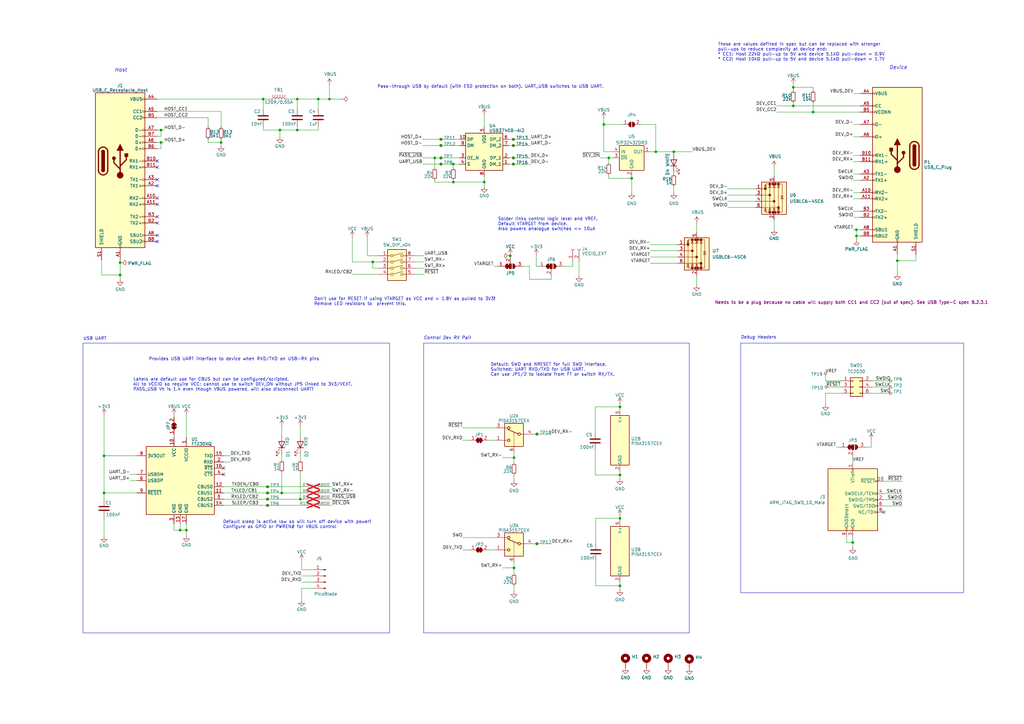
<source format=kicad_sch>
(kicad_sch (version 20231120) (generator "eeschema") (generator_version "8.0")
  (paper "A3")
  (title_block (title "DAMLink - USB-C DAM Tool") (date "2024-06-13") (rev "4") (comment 1 "MootSeeker 2024") (comment 2 "Based on Minnow project"))
  (junction (at 351.282 94.234))
  (junction (at 66.04 58.42))
  (junction (at 90.678 58.42))
  (junction (at 180.848 67.31))
  (junction (at 185.928 67.31))
  (junction (at 42.672 202.184))
  (junction (at 268.986 62.23))
  (junction (at 121.92 53.34))
  (junction (at 115.57 202.184))
  (junction (at 109.728 199.644))
  (junction (at 185.928 74.676))
  (junction (at 325.374 43.434))
  (junction (at 333.502 45.974))
  (junction (at 121.92 40.64))
  (junction (at 220.218 223.012))
  (junction (at 198.628 74.676))
  (junction (at 130.556 40.64))
  (junction (at 249.682 64.77))
  (junction (at 109.728 202.184))
  (junction (at 325.374 35.814))
  (junction (at 73.914 217.424))
  (junction (at 254.254 212.598))
  (junction (at 42.672 186.944))
  (junction (at 107.95 40.64))
  (junction (at 123.19 204.724))
  (junction (at 368.046 106.934))
  (junction (at 220.218 178.054))
  (junction (at 49.276 112.776))
  (junction (at 210.82 187.706))
  (junction (at 114.808 53.34))
  (junction (at 152.908 107.442))
  (junction (at 66.04 53.34))
  (junction (at 209.296 104.902))
  (junction (at 178.308 64.77))
  (junction (at 210.82 232.918))
  (junction (at 276.352 62.23))
  (junction (at 76.454 217.424))
  (junction (at 247.65 51.054))
  (junction (at 180.848 57.15))
  (junction (at 254.254 194.818))
  (junction (at 351.282 96.774))
  (junction (at 210.566 64.77))
  (junction (at 180.848 59.69))
  (junction (at 210.566 59.69))
  (junction (at 49.276 107.696))
  (junction (at 210.566 67.31))
  (junction (at 180.848 64.77))
  (junction (at 210.566 57.15))
  (junction (at 259.08 73.152))
  (junction (at 109.728 204.724))
  (junction (at 254.254 166.878))
  (junction (at 135.128 40.64))
  (junction (at 254.254 240.284))
  (junction (at 349.758 222.504))
  (junction (at 109.728 207.264))
  (no_connect (at 64.516 91.44))
  (no_connect (at 64.516 96.52))
  (no_connect (at 64.516 99.06))
  (no_connect (at 91.694 192.024))
  (no_connect (at 64.516 81.28))
  (no_connect (at 64.516 73.66))
  (no_connect (at 362.458 210.058))
  (no_connect (at 64.516 83.82))
  (no_connect (at 64.516 76.2))
  (no_connect (at 64.516 68.58))
  (no_connect (at 91.694 194.564))
  (no_connect (at 64.516 66.04))
  (no_connect (at 64.516 88.9))
  (wire (pts (xy 76.454 217.424) (xy 76.454 219.71)))
  (wire (pts (xy 94.488 189.484) (xy 91.694 189.484)))
  (wire (pts (xy 118.11 40.64) (xy 121.92 40.64)))
  (wire (pts (xy 150.622 104.902) (xy 155.194 104.902)))
  (wire (pts (xy 338.582 161.29) (xy 338.582 165.862)))
  (wire (pts (xy 368.046 106.934) (xy 368.046 112.268)))
  (wire (pts (xy 210.566 64.77) (xy 208.788 64.77)))
  (wire (pts (xy 244.348 212.598) (xy 254.254 212.598)))
  (wire (pts (xy 350.012 63.754) (xy 352.806 63.754)))
  (wire (pts (xy 131.064 202.184) (xy 136.144 202.184)))
  (wire (pts (xy 185.928 67.31) (xy 188.468 67.31)))
  (wire (pts (xy 249.682 64.77) (xy 249.682 66.802)))
  (wire (pts (xy 185.928 67.31) (xy 185.928 68.834)))
  (wire (pts (xy 333.502 45.974) (xy 352.806 45.974)))
  (wire (pts (xy 325.374 34.544) (xy 325.374 35.814)))
  (wire (pts (xy 115.57 193.802) (xy 115.57 202.184)))
  (wire (pts (xy 318.516 43.434) (xy 325.374 43.434)))
  (wire (pts (xy 173.99 109.982) (xy 170.434 109.982)))
  (wire (pts (xy 338.582 161.29) (xy 344.932 161.29)))
  (wire (pts (xy 178.308 64.77) (xy 178.308 68.834)))
  (wire (pts (xy 349.758 222.504) (xy 349.758 220.218)))
  (wire (pts (xy 262.89 51.054) (xy 268.986 51.054)))
  (wire (pts (xy 180.848 59.69) (xy 188.468 59.69)))
  (wire (pts (xy 210.82 240.284) (xy 210.82 242.57)))
  (wire (pts (xy 180.848 57.15) (xy 188.468 57.15)))
  (wire (pts (xy 352.806 96.774) (xy 351.282 96.774)))
  (wire (pts (xy 317.5 93.98) (xy 317.5 90.17)))
  (wire (pts (xy 217.678 64.77) (xy 210.566 64.77)))
  (wire (pts (xy 144.526 97.282) (xy 144.526 107.442)))
  (wire (pts (xy 205.994 232.918) (xy 210.82 232.918)))
  (wire (pts (xy 123.698 236.22) (xy 128.524 236.22)))
  (wire (pts (xy 109.728 207.264) (xy 125.984 207.264)))
  (wire (pts (xy 130.556 53.34) (xy 121.92 53.34)))
  (wire (pts (xy 115.57 202.184) (xy 125.984 202.184)))
  (wire (pts (xy 259.08 73.152) (xy 259.08 78.994)))
  (wire (pts (xy 130.556 40.64) (xy 130.556 44.45)))
  (wire (pts (xy 109.728 199.644) (xy 125.984 199.644)))
  (wire (pts (xy 56.134 202.184) (xy 42.672 202.184)))
  (wire (pts (xy 115.57 186.182) (xy 115.57 188.722)))
  (wire (pts (xy 349.758 187.198) (xy 349.758 189.738)))
  (wire (pts (xy 185.928 73.914) (xy 185.928 74.676)))
  (wire (pts (xy 123.698 233.68) (xy 128.524 233.68)))
  (wire (pts (xy 173.99 104.902) (xy 170.434 104.902)))
  (wire (pts (xy 259.08 72.39) (xy 259.08 73.152)))
  (wire (pts (xy 185.928 74.676) (xy 198.628 74.676)))
  (wire (pts (xy 64.516 40.64) (xy 107.95 40.64)))
  (wire (pts (xy 247.65 62.23) (xy 251.46 62.23)))
  (wire (pts (xy 210.566 67.31) (xy 208.788 67.31)))
  (wire (pts (xy 91.694 202.184) (xy 109.728 202.184)))
  (wire (pts (xy 173.99 107.442) (xy 170.434 107.442)))
  (wire (pts (xy 350.012 71.374) (xy 352.806 71.374)))
  (wire (pts (xy 198.628 74.676) (xy 198.628 76.454)))
  (wire (pts (xy 66.04 55.88) (xy 66.04 53.34)))
  (wire (pts (xy 41.656 106.68) (xy 41.656 112.776)))
  (wire (pts (xy 130.556 40.64) (xy 121.92 40.64)))
  (wire (pts (xy 246.126 64.77) (xy 249.682 64.77)))
  (wire (pts (xy 155.194 109.982) (xy 152.908 109.982)))
  (wire (pts (xy 217.678 67.31) (xy 210.566 67.31)))
  (wire (pts (xy 130.556 52.07) (xy 130.556 53.34)))
  (wire (pts (xy 107.95 53.34) (xy 114.808 53.34)))
  (wire (pts (xy 42.672 170.18) (xy 42.672 186.944)))
  (wire (pts (xy 209.296 104.648) (xy 209.296 104.902)))
  (wire (pts (xy 114.808 53.34) (xy 121.92 53.34)))
  (wire (pts (xy 123.19 174.752) (xy 123.19 178.562)))
  (wire (pts (xy 244.094 166.878) (xy 254.254 166.878)))
  (wire (pts (xy 152.908 107.442) (xy 155.194 107.442)))
  (wire (pts (xy 249.682 64.77) (xy 251.46 64.77)))
  (wire (pts (xy 357.632 158.75) (xy 365.252 158.75)))
  (wire (pts (xy 109.728 202.184) (xy 115.57 202.184)))
  (wire (pts (xy 189.738 180.594) (xy 192.786 180.594)))
  (wire (pts (xy 107.95 40.64) (xy 110.49 40.64)))
  (wire (pts (xy 247.65 48.514) (xy 247.65 51.054)))
  (wire (pts (xy 342.9 183.388) (xy 344.678 183.388)))
  (wire (pts (xy 254.254 238.76) (xy 254.254 240.284)))
  (wire (pts (xy 254.254 193.294) (xy 254.254 194.818)))
  (wire (pts (xy 362.458 204.978) (xy 370.078 204.978)))
  (wire (pts (xy 178.308 74.676) (xy 185.928 74.676)))
  (wire (pts (xy 173.228 67.31) (xy 180.848 67.31)))
  (wire (pts (xy 71.374 170.18) (xy 71.374 170.942)))
  (wire (pts (xy 64.516 60.96) (xy 66.04 60.96)))
  (wire (pts (xy 351.282 94.234) (xy 352.806 94.234)))
  (wire (pts (xy 375.666 104.394) (xy 375.666 106.934)))
  (wire (pts (xy 173.99 112.522) (xy 170.434 112.522)))
  (wire (pts (xy 254.254 165.608) (xy 254.254 166.878)))
  (wire (pts (xy 152.908 109.982) (xy 152.908 107.442)))
  (wire (pts (xy 90.678 57.15) (xy 90.678 58.42)))
  (wire (pts (xy 362.458 207.518) (xy 370.078 207.518)))
  (wire (pts (xy 71.374 217.424) (xy 73.914 217.424)))
  (wire (pts (xy 268.986 51.054) (xy 268.986 62.23)))
  (wire (pts (xy 115.57 174.752) (xy 115.57 178.562)))
  (wire (pts (xy 350.012 89.154) (xy 352.806 89.154)))
  (wire (pts (xy 150.622 97.282) (xy 150.622 104.902)))
  (wire (pts (xy 350.012 73.914) (xy 352.806 73.914)))
  (wire (pts (xy 218.44 223.012) (xy 220.218 223.012)))
  (wire (pts (xy 249.682 73.152) (xy 259.08 73.152)))
  (wire (pts (xy 131.064 204.724) (xy 136.144 204.724)))
  (wire (pts (xy 357.632 156.21) (xy 365.252 156.21)))
  (wire (pts (xy 318.516 45.974) (xy 333.502 45.974)))
  (wire (pts (xy 344.932 158.75) (xy 338.836 158.75)))
  (wire (pts (xy 254.254 240.284) (xy 254.254 241.808)))
  (wire (pts (xy 71.374 178.562) (xy 71.374 179.324)))
  (wire (pts (xy 244.348 230.124) (xy 244.348 240.284)))
  (wire (pts (xy 66.04 58.42) (xy 64.516 58.42)))
  (wire (pts (xy 217.678 57.15) (xy 210.566 57.15)))
  (wire (pts (xy 220.218 178.054) (xy 218.44 178.054)))
  (wire (pts (xy 351.282 96.774) (xy 351.282 98.044)))
  (wire (pts (xy 217.17 109.22) (xy 214.376 109.22)))
  (wire (pts (xy 350.012 66.294) (xy 352.806 66.294)))
  (wire (pts (xy 317.5 68.58) (xy 317.5 72.39)))
  (wire (pts (xy 64.516 55.88) (xy 66.04 55.88)))
  (wire (pts (xy 202.438 109.22) (xy 204.216 109.22)))
  (wire (pts (xy 375.666 106.934) (xy 368.046 106.934)))
  (wire (pts (xy 266.7 107.95) (xy 278.13 107.95)))
  (wire (pts (xy 180.848 67.31) (xy 185.928 67.31)))
  (wire (pts (xy 254.254 212.598) (xy 254.254 213.36)))
  (wire (pts (xy 268.986 62.23) (xy 266.7 62.23)))
  (wire (pts (xy 49.276 107.696) (xy 49.276 112.776)))
  (wire (pts (xy 109.728 204.724) (xy 123.19 204.724)))
  (wire (pts (xy 53.34 197.104) (xy 56.134 197.104)))
  (wire (pts (xy 198.628 72.39) (xy 198.628 74.676)))
  (wire (pts (xy 173.228 57.15) (xy 180.848 57.15)))
  (wire (pts (xy 219.964 104.648) (xy 219.964 109.22)))
  (wire (pts (xy 178.308 73.914) (xy 178.308 74.676)))
  (wire (pts (xy 283.972 62.23) (xy 276.352 62.23)))
  (wire (pts (xy 42.672 202.184) (xy 42.672 186.944)))
  (wire (pts (xy 244.094 184.658) (xy 244.094 194.818)))
  (wire (pts (xy 73.914 214.884) (xy 73.914 217.424)))
  (wire (pts (xy 123.19 186.182) (xy 123.19 188.722)))
  (wire (pts (xy 107.95 44.45) (xy 107.95 40.64)))
  (wire (pts (xy 357.632 161.29) (xy 365.252 161.29)))
  (wire (pts (xy 67.31 53.34) (xy 66.04 53.34)))
  (wire (pts (xy 325.374 35.814) (xy 333.502 35.814)))
  (wire (pts (xy 66.04 60.96) (xy 66.04 58.42)))
  (wire (pts (xy 278.13 100.33) (xy 266.7 100.33)))
  (wire (pts (xy 254.254 211.582) (xy 254.254 212.598)))
  (wire (pts (xy 333.502 42.164) (xy 333.502 45.974)))
  (wire (pts (xy 139.954 40.64) (xy 135.128 40.64)))
  (wire (pts (xy 325.374 35.814) (xy 325.374 37.084)))
  (wire (pts (xy 298.45 82.55) (xy 309.88 82.55)))
  (wire (pts (xy 357.378 183.388) (xy 354.838 183.388)))
  (wire (pts (xy 347.218 222.504) (xy 349.758 222.504)))
  (wire (pts (xy 131.064 199.644) (xy 136.144 199.644)))
  (wire (pts (xy 247.65 51.054) (xy 247.65 62.23)))
  (wire (pts (xy 325.374 43.434) (xy 352.806 43.434)))
  (wire (pts (xy 107.95 53.34) (xy 107.95 52.07)))
  (wire (pts (xy 42.672 202.184) (xy 42.672 204.724)))
  (wire (pts (xy 362.458 197.358) (xy 370.078 197.358)))
  (wire (pts (xy 91.694 207.264) (xy 109.728 207.264)))
  (wire (pts (xy 136.144 207.264) (xy 131.064 207.264)))
  (wire (pts (xy 350.012 51.054) (xy 352.806 51.054)))
  (wire (pts (xy 94.488 186.944) (xy 91.694 186.944)))
  (wire (pts (xy 42.672 212.344) (xy 42.672 219.964)))
  (wire (pts (xy 200.406 225.552) (xy 203.2 225.552)))
  (wire (pts (xy 189.738 220.472) (xy 203.2 220.472)))
  (wire (pts (xy 76.454 170.18) (xy 76.454 179.324)))
  (wire (pts (xy 350.012 78.994) (xy 352.806 78.994)))
  (wire (pts (xy 278.13 102.87) (xy 266.7 102.87)))
  (wire (pts (xy 42.672 186.944) (xy 56.134 186.944)))
  (wire (pts (xy 64.516 48.26) (xy 85.344 48.26)))
  (wire (pts (xy 351.282 96.774) (xy 351.282 94.234)))
  (wire (pts (xy 285.75 116.84) (xy 285.75 113.03)))
  (wire (pts (xy 217.678 59.69) (xy 210.566 59.69)))
  (wire (pts (xy 276.352 62.23) (xy 276.352 62.992)))
  (wire (pts (xy 123.698 241.3) (xy 128.524 241.3)))
  (wire (pts (xy 231.14 109.22) (xy 234.95 109.22)))
  (wire (pts (xy 338.582 153.162) (xy 338.582 156.21)))
  (wire (pts (xy 114.808 53.34) (xy 114.808 56.134)))
  (wire (pts (xy 325.374 42.164) (xy 325.374 43.434)))
  (wire (pts (xy 71.374 214.884) (xy 71.374 217.424)))
  (wire (pts (xy 254.254 194.818) (xy 254.254 196.342)))
  (wire (pts (xy 249.682 71.882) (xy 249.682 73.152)))
  (wire (pts (xy 123.698 238.76) (xy 128.524 238.76)))
  (wire (pts (xy 350.012 38.354) (xy 352.806 38.354)))
  (wire (pts (xy 244.094 194.818) (xy 254.254 194.818)))
  (wire (pts (xy 217.17 114.554) (xy 217.17 109.22)))
  (wire (pts (xy 144.526 107.442) (xy 152.908 107.442)))
  (wire (pts (xy 73.914 217.424) (xy 76.454 217.424)))
  (wire (pts (xy 234.95 109.22) (xy 234.95 107.188)))
  (wire (pts (xy 350.012 81.534) (xy 352.806 81.534)))
  (wire (pts (xy 200.406 180.594) (xy 203.2 180.594)))
  (wire (pts (xy 189.738 225.552) (xy 192.786 225.552)))
  (wire (pts (xy 210.82 232.918) (xy 210.82 235.204)))
  (wire (pts (xy 285.75 91.44) (xy 285.75 95.25)))
  (wire (pts (xy 85.344 57.15) (xy 85.344 58.42)))
  (wire (pts (xy 123.19 204.724) (xy 125.984 204.724)))
  (wire (pts (xy 180.848 64.77) (xy 188.468 64.77)))
  (wire (pts (xy 276.352 62.23) (xy 268.986 62.23)))
  (wire (pts (xy 123.698 241.3) (xy 123.698 246.126)))
  (wire (pts (xy 254.254 166.878) (xy 254.254 167.894)))
  (wire (pts (xy 66.04 53.34) (xy 64.516 53.34)))
  (wire (pts (xy 338.582 156.21) (xy 344.932 156.21)))
  (wire (pts (xy 90.678 45.72) (xy 90.678 52.07)))
  (wire (pts (xy 210.82 187.706) (xy 210.82 189.738)))
  (wire (pts (xy 67.31 58.42) (xy 66.04 58.42)))
  (wire (pts (xy 362.458 202.438) (xy 370.078 202.438)))
  (wire (pts (xy 144.526 112.522) (xy 155.194 112.522)))
  (wire (pts (xy 237.49 107.188) (xy 237.49 113.03)))
  (wire (pts (xy 85.344 58.42) (xy 90.678 58.42)))
  (wire (pts (xy 189.738 175.514) (xy 203.2 175.514)))
  (wire (pts (xy 210.566 59.69) (xy 208.788 59.69)))
  (wire (pts (xy 53.34 194.564) (xy 56.134 194.564)))
  (wire (pts (xy 135.128 40.64) (xy 130.556 40.64)))
  (wire (pts (xy 64.516 45.72) (xy 90.678 45.72)))
  (wire (pts (xy 49.276 112.776) (xy 49.276 114.554)))
  (wire (pts (xy 210.82 185.674) (xy 210.82 187.706)))
  (wire (pts (xy 220.218 223.012) (xy 226.314 223.012)))
  (wire (pts (xy 309.88 77.47) (xy 298.45 77.47)))
  (wire (pts (xy 121.92 53.34) (xy 121.92 52.07)))
  (wire (pts (xy 309.88 80.01) (xy 298.45 80.01)))
  (wire (pts (xy 349.758 222.504) (xy 349.758 224.536)))
  (wire (pts (xy 210.82 230.632) (xy 210.82 232.918)))
  (wire (pts (xy 244.094 177.038) (xy 244.094 166.878)))
  (wire (pts (xy 76.454 214.884) (xy 76.454 217.424)))
  (wire (pts (xy 210.82 194.818) (xy 210.82 197.104)))
  (wire (pts (xy 91.694 199.644) (xy 109.728 199.644)))
  (wire (pts (xy 298.45 85.09) (xy 309.88 85.09)))
  (wire (pts (xy 123.698 229.87) (xy 123.698 233.68)))
  (wire (pts (xy 173.228 64.77) (xy 178.308 64.77)))
  (wire (pts (xy 205.994 187.706) (xy 210.82 187.706)))
  (wire (pts (xy 266.7 105.41) (xy 278.13 105.41)))
  (wire (pts (xy 244.348 240.284) (xy 254.254 240.284)))
  (wire (pts (xy 226.06 113.03) (xy 226.06 114.554)))
  (wire (pts (xy 368.046 104.394) (xy 368.046 106.934)))
  (wire (pts (xy 123.19 193.802) (xy 123.19 204.724)))
  (wire (pts (xy 276.352 76.454) (xy 276.352 78.994)))
  (wire (pts (xy 49.276 106.68) (xy 49.276 107.696)))
  (wire (pts (xy 357.378 180.34) (xy 357.378 183.388)))
  (wire (pts (xy 333.502 35.814) (xy 333.502 37.084)))
  (wire (pts (xy 247.65 51.054) (xy 255.27 51.054)))
  (wire (pts (xy 226.06 178.054) (xy 220.218 178.054)))
  (wire (pts (xy 210.566 57.15) (xy 208.788 57.15)))
  (wire (pts (xy 178.308 64.77) (xy 180.848 64.77)))
  (wire (pts (xy 91.694 204.724) (xy 109.728 204.724)))
  (wire (pts (xy 173.228 59.69) (xy 180.848 59.69)))
  (wire (pts (xy 347.218 222.504) (xy 347.218 220.218)))
  (wire (pts (xy 135.128 34.798) (xy 135.128 40.64)))
  (wire (pts (xy 90.678 58.42) (xy 90.678 59.69)))
  (wire (pts (xy 276.352 70.612) (xy 276.352 71.374)))
  (wire (pts (xy 121.92 40.64) (xy 121.92 44.45)))
  (wire (pts (xy 350.012 94.234) (xy 351.282 94.234)))
  (wire (pts (xy 226.06 114.554) (xy 217.17 114.554)))
  (wire (pts (xy 41.656 112.776) (xy 49.276 112.776)))
  (wire (pts (xy 198.628 47.244) (xy 198.628 52.07)))
  (wire (pts (xy 85.344 48.26) (xy 85.344 52.07)))
  (wire (pts (xy 244.348 222.504) (xy 244.348 212.598)))
  (wire (pts (xy 219.964 109.22) (xy 220.98 109.22)))
  (wire (pts (xy 209.296 104.902) (xy 209.296 105.41)))
  (wire (pts (xy 350.012 56.134) (xy 352.806 56.134)))
  (wire (pts (xy 350.012 86.614) (xy 352.806 86.614)))
  (rectangle (start 34.036 140.716) (end 159.766 259.588))
  (rectangle (start 173.736 140.716) (end 282.702 259.588))
  (rectangle (start 303.784 140.716) (end 395.224 243.078))
  (image (at 510.0828 62.23) (scale 0.647107))
  (text "These are values defined in spec but can be replaced with stronger \npull-ups to reduce complexity at device end:\n* CC1: Host 22kΩ pull-up to 5V and device 5.1kΩ pull-down = 0.9V\n* CC2: Host 10kΩ pull-up to 5V and device 5.1kΩ pull-down = 1.7V" (at 294.386 25.146 0) (effects (font (size 1.27 1.27)) (justify left bottom)))
  (text "USB UART" (at 34.036 139.7 0) (effects (font (size 1.27 1.27) (italic yes)) (justify left bottom)))
  (text "Default: SWO and NRESET for full SWD interface.\nSwitched: UART RXD/TXD for USB UART.\nCan use JP1/2 to isolate from FT or switch RX/TX." (at 201.168 154.432 0) (effects (font (size 1.27 1.27)) (justify left bottom)))
  (text "Pass-through USB by default (with ESD protection on both). UART_USB switches to USB UART." (at 154.686 36.322 0) (effects (font (size 1.27 1.27)) (justify left bottom)))
  (text "Device" (at 364.744 28.702 0) (effects (font (size 1.5 1.5) (italic yes)) (justify left bottom)))
  (text "Control Dev RX Pair" (at 173.736 139.446 0) (effects (font (size 1.27 1.27) (italic yes)) (justify left bottom)))
  (text "Solder links control logic level and VREF.\nDefault VTARGET from device.\nAlso powers analogue switches <= 10uA" (at 204.216 94.742 0) (effects (font (size 1.27 1.27)) (justify left bottom)))
  (text "Debug Headers" (at 303.784 139.192 0) (effects (font (size 1.27 1.27) (italic yes)) (justify left bottom)))
  (text "Lahels are default use for CBUS but can be configured/scripted. \nAll to VCCIO so require VCC; cannot use to switch DEV_ON without JP5 linked to 3V3/VEXT.\nPASS_USB Vh is 1.4 even though VBUS powered, will also disconnect UART!\n" (at 54.61 160.528 0) (effects (font (size 1.27 1.27)) (justify left bottom)))
  (text "Don't use for RESET if using VTARGET as VCC and = 1.8V as pulled to 3V3!\nRemove LED resistors to  prevent this." (at 128.778 125.476 0) (effects (font (size 1.27 1.27)) (justify left bottom)))
  (text "Host" (at 46.99 29.718 0) (effects (font (size 1.5 1.5) (italic yes)) (justify left bottom)))
  (text "Provides USB UART interface to device when RXD/TXD on USB-RX pins" (at 60.96 148.082 0) (effects (font (size 1.27 1.27)) (justify left bottom)))
  (text "Adapted so that RX1/2 can be switched between NRST/SWO and RXD/TXD" (at 447.548 116.84 0) (effects (font (size 2 2)) (justify left bottom)))
  (text "Default sleep is active low so will turn off device with power!\nConfigure as GPIO or PWREN# for VBUS control" (at 91.44 216.916 0) (effects (font (size 1.27 1.27)) (justify left bottom)))
  (text "Ref: https://github.com/BitterAndReal/SWD-over-USB-C" (at 447.294 112.268 0) (effects (font (size 2 2) (italic yes)) (justify left bottom)))
  (label "DEV_D+" (at 217.678 64.77 0))
  (label "DEV_TXD" (at 94.488 186.944 0))
  (label "DEV_RX+" (at 226.314 223.012 0))
  (label "RXLED{slash}CB2" (at 94.742 204.724 0))
  (label "UART_D-" (at 217.678 59.69 0))
  (label "DEV_RXD" (at 123.698 238.76 180))
  (label "VTARGET" (at 266.7 105.41 180))
  (label "SWCLK" (at 350.012 71.374 180))
  (label "SWDIO" (at 298.45 85.09 180))
  (label "SWDIO" (at 365.252 156.21 180))
  (label "VREF" (at 349.758 189.484 0))
  (label "~{RESET}" (at 338.836 158.75 0))
  (label "HOST_CC1" (at 67.31 45.72 0))
  (label "DEV_TXD" (at 123.698 236.22 180))
  (label "SWT_RX+" (at 205.994 232.918 180))
  (label "HOST_CC2" (at 67.31 48.26 0))
  (label "HOST_D-" (at 67.31 53.34 0))
  (label "~{RESET}" (at 189.738 175.514 180))
  (label "VTARGET" (at 266.7 107.95 180))
  (label "UART_USB" (at 173.228 67.31 180))
  (label "VTARGET" (at 350.012 94.234 180))
  (label "DEV_CC2" (at 318.516 45.974 180))
  (label "UART_D+" (at 217.678 57.15 0))
  (label "DEV_CC1" (at 318.516 43.434 180))
  (label "SWT_RX+" (at 173.99 109.982 0))
  (label "DEV_RX+" (at 350.012 81.534 180))
  (label "~{DEV_ON}" (at 136.144 207.264 0))
  (label "VBUS_DEV" (at 350.012 38.354 180))
  (label "DEV_D-" (at 350.012 51.054 180))
  (label "DEV_RX-" (at 266.7 100.33 180))
  (label "HOST_D+" (at 173.228 57.15 180))
  (label "SWCLK" (at 370.078 202.438 180))
  (label "VTARGET" (at 342.9 183.388 180))
  (label "~{RESET}" (at 173.99 112.522 0))
  (label "VREF" (at 338.582 153.162 0))
  (label "DEV_D+" (at 350.012 56.134 180))
  (label "DEV_RXD" (at 94.488 189.484 0))
  (label "SWO" (at 189.738 220.472 180))
  (label "DEV_RX+" (at 350.012 66.294 180))
  (label "VBUS_DEV" (at 283.972 62.23 0))
  (label "SWDIO" (at 350.012 73.914 180))
  (label "HOST_D-" (at 173.228 59.69 180))
  (label "DEV_D+" (at 298.45 80.01 180))
  (label "DEV_D-" (at 298.45 77.47 180))
  (label "~{RESET}" (at 370.078 197.358 180))
  (label "TXLED{slash}CB1" (at 94.742 202.184 0))
  (label "SWCLK" (at 298.45 82.55 180))
  (label "DEV_TXD" (at 189.738 225.552 180))
  (label "VTARGET" (at 202.438 109.22 180))
  (label "RXLED{slash}CB2" (at 144.526 112.522 180))
  (label "DEV_D-" (at 217.678 67.31 0))
  (label "SWT_RX-" (at 205.994 187.706 180))
  (label "DEV_RX+" (at 266.7 102.87 180))
  (label "UART_USB" (at 173.99 104.902 0))
  (label "SWCLK" (at 365.252 158.75 180))
  (label "DEV_RX-" (at 226.06 178.054 0))
  (label "SWDIO" (at 350.012 89.154 180))
  (label "UART_D+" (at 53.34 197.104 180))
  (label "DEV_RX-" (at 350.012 63.754 180))
  (label "UART_D-" (at 53.34 194.564 180))
  (label "SWT_RX-" (at 173.99 107.442 0))
  (label "SWO" (at 365.252 161.29 180))
  (label "~{DEV_ON}" (at 246.126 64.77 180))
  (label "~{PASS_USB}" (at 173.228 64.77 180))
  (label "DEV_RX-" (at 350.012 78.994 180))
  (label "TXDEN{slash}CB0" (at 94.996 199.644 0))
  (label "SWCLK" (at 350.012 86.614 180))
  (label "DEV_RXD" (at 189.738 180.594 180))
  (label "HOST_D+" (at 67.31 58.42 0))
  (label "~{PASS_USB}" (at 136.144 204.724 0))
  (label "SLEEP{slash}CB3" (at 94.996 207.264 0))
  (label "SWO" (at 370.078 207.518 180))
  (label "SWT_RX+" (at 136.144 199.644 0))
  (label "SWDIO" (at 370.078 204.978 180))
  (label "SWT_RX-" (at 136.144 202.184 0))
  (symbol (lib_id "power:GND") (at 198.628 76.454 0) (unit 1)
    (property "Reference" "#PWR016" (effects (hide yes)))
    (property "Value" "GND" (at 198.628 80.264 0))
  )
  (symbol (lib_id "Device:R_Small") (at 210.82 237.744 0) (mirror y) (unit 1)
    (property "Reference" "R5" (at 210.058 237.236 0) (effects (justify left)))
    (property "Value" "22k" (at 210.058 238.76 0) (effects (justify left)))
    (property "Footprint" "Resistor_SMD:R_0603_1608Metric" (effects (hide yes)))
    (property "Characteristics" "5%" (effects (hide yes)))
  )
  (symbol (lib_id "Analog_Switch:NC7SB3157P6X") (at 254.254 180.594 0) (unit 2)
    (property "Reference" "U2" (at 258.826 179.9503 0) (effects (justify left)))
    (property "Value" "PI5A3157CEX" (at 258.826 181.8713 0) (effects (justify left)))
    (property "Footprint" "Package_TO_SOT_SMD:SOT-363_SC-70-6" (effects (hide yes)))
    (property "Datasheet" "https://www.diodes.com/assets/Datasheets/PI5A3157.pdf" (effects (hide yes)))
    (property "Description" "1 Circuit IC Switch 2:1 13Ohm SOT-363-6 (SC-70)" (effects (hide yes)))
    (property "Vendor" "Digikey" (effects (hide yes)))
    (property "SKU" "PI5A3157CEXTR-ND" (effects (hide yes)))
  )
  (symbol (lib_id "Device:R_Small") (at 128.524 207.264 90) (mirror x) (unit 1) (dnp yes)
    (property "Reference" "R15" (at 126.746 206.502 90) (effects (justify left)))
    (property "Value" "680R" (at 135.382 206.502 90) (effects (justify left)))
    (property "Footprint" "Resistor_SMD:R_0603_1608Metric" (effects (hide yes)))
    (property "Characteristics" "5%" (effects (hide yes)))
    (property "Config" "dnf" (effects (hide yes)))
  )
  (symbol (lib_id "Device:LED") (at 276.352 66.802 90) (unit 1)
    (property "Reference" "D4" (at 273.812 70.612 0))
    (property "Value" "WHITE" (at 273.812 65.532 0))
    (property "Footprint" "LED_SMD:LED_0603_1608Metric" (effects (hide yes)))
    (property "Datasheet" "https://optoelectronics.liteon.com/upload/download/DS22-2006-062/LTW-C191DS5.PDF" (effects (hide yes)))
    (property "Description" "White LED Indication - Discrete 2.93V 0603 (1608 Metric)" (effects (hide yes)))
    (property "MFN" "Lite-On Inc." (effects (hide yes)))
    (property "MPN" "LTW-C191DS5" (effects (hide yes)))
    (property "SKU" "160-2239-1-ND" (effects (hide yes)))
    (property "Vendor" "Digikey" (effects (hide yes)))
  )
  (symbol (lib_id "Device:C") (at 130.556 48.26 0) (unit 1)
    (property "Reference" "C4" (at 126.746 45.72 0) (effects (justify left)))
    (property "Value" "1uF" (at 126.746 50.8 0) (effects (justify left)))
    (property "Footprint" "Capacitor_SMD:C_0603_1608Metric" (effects (hide yes)))
    (property "Characteristics" "X5R 25V" (effects (hide yes)))
  )
  (symbol (lib_id "Switch:SW_DIP_x04") (at 162.814 109.982 0) (unit 1)
    (property "Reference" "SW1" (at 162.814 98.1202 0))
    (property "Value" "SW_DIP_x04" (at 162.814 100.4316 0))
    (property "Footprint" "Button_Switch_SMD:SW_DIP_SPSTx04_Slide_Copal_CHS-04A_W5.08mm_P1.27mm_JPin" (effects (hide yes)))
    (property "Datasheet" "https://www.nidec-copal-electronics.com/e/catalog/switch/chs.pdf" (effects (hide yes)))
    (property "Description" "Dip Switch SPST 4 Position Surface Mount Slide (Standard) Actuator 100mA 6VDC" (effects (hide yes)))
    (property "MFN" "Nidec Copal Electronics" (effects (hide yes)))
    (property "MPN" "CHS-04TA" (effects (hide yes)))
    (property "Vendor" "Digikey" (effects (hide yes)))
    (property "SKU" "563-1007-2-ND" (effects (hide yes)))
  )
  (symbol (lib_id "Connector:TestPoint_Small") (at 109.728 207.264 0) (unit 1)
    (property "Reference" "TP6" (at 110.871 206.6203 0) (effects (justify left)))
    (property "Value" "TestPoint_Small" (effects (hide yes)))
    (property "Footprint" "tuna-f1sh/jbr-kicad/Misc.pretty:TestPoint_Pad_D1.0mm_Tight" (effects (hide yes)))
    (property "Config" "nofit" (effects (hide yes)))
  )
  (symbol (lib_id "Connector:TestPoint_Small") (at 210.566 59.69 0) (unit 1)
    (property "Reference" "TP14" (at 211.709 59.0463 0) (effects (justify left)))
    (property "Value" "TestPoint_Small" (effects (hide yes)))
    (property "Footprint" "tuna-f1sh/jbr-kicad/Misc.pretty:TestPoint_Pad_D1.0mm_Tight" (effects (hide yes)))
    (property "Config" "nofit" (effects (hide yes)))
  )
  (symbol (lib_id "Mechanical:MountingHole_Pad") (at 274.066 271.272 0) (unit 1)
    (property "Reference" "H3" (at 276.606 269.3583 0) (effects (justify left)))
    (property "Value" "MountingHole_Pad" (effects (hide yes)))
    (property "Footprint" "MountingHole:MountingHole_2.7mm_M2.5_ISO7380_Pad" (effects (hide yes)))
    (property "Config" "nofit" (effects (hide yes)))
  )
  (symbol (lib_id "power:GND") (at 90.678 59.69 0) (unit 1)
    (property "Reference" "#PWR030" (effects (hide yes)))
    (property "Value" "GND" (at 90.678 63.5 0))
  )
  (symbol (lib_id "power:GND") (at 349.758 224.536 0) (unit 1)
    (property "Reference" "#PWR05" (effects (hide yes)))
    (property "Value" "GND" (at 349.885 228.9302 0))
  )
  (symbol (lib_id "power:GND") (at 42.672 219.964 0) (unit 1)
    (property "Reference" "#PWR012" (effects (hide yes)))
    (property "Value" "GND" (at 42.672 223.774 0))
  )
  (symbol (lib_id "power:GND") (at 210.82 242.57 0) (unit 1)
    (property "Reference" "#PWR019" (effects (hide yes)))
    (property "Value" "GND" (at 210.82 246.7055 0))
  )
  (symbol (lib_id "Jumper:SolderJumper_2_Bridged") (at 196.596 180.594 0) (unit 1)
    (property "Reference" "JP1" (at 196.596 178.308 0))
    (property "Value" "SolderJumper_2_Bridged" (effects (hide yes)))
    (property "Footprint" "Jumper:SolderJumper-2_P1.3mm_Bridged_RoundedPad1.0x1.5mm" (effects (hide yes)))
    (property "Config" "nofit" (effects (hide yes)))
  )
  (symbol (lib_id "power:+3V3") (at 219.964 104.648 0) (unit 1)
    (property "Reference" "#PWR021" (effects (hide yes)))
    (property "Value" "+3V3" (at 219.964 101.1461 0))
  )
  (symbol (lib_id "Connector:TestPoint_Small") (at 109.728 204.724 0) (unit 1)
    (property "Reference" "TP5" (at 110.871 204.0803 0) (effects (justify left)))
    (property "Value" "TestPoint_Small" (effects (hide yes)))
    (property "Footprint" "tuna-f1sh/jbr-kicad/Misc.pretty:TestPoint_Pad_D1.0mm_Tight" (effects (hide yes)))
    (property "Config" "nofit" (effects (hide yes)))
  )
  (symbol (lib_id "power:VBUS") (at 317.5 68.58 0) (unit 1)
    (property "Reference" "#PWR039" (effects (hide yes)))
    (property "Value" "VBUS" (at 317.881 64.1858 0))
  )
  (symbol (lib_id "power:GND") (at 237.49 113.03 0) (unit 1)
    (property "Reference" "#PWR022" (effects (hide yes)))
    (property "Value" "GND" (at 237.49 116.84 0))
  )
  (symbol (lib_id "Connector:TestPoint_Small") (at 220.218 223.012 0) (unit 1)
    (property "Reference" "TP17" (at 221.361 222.3683 0) (effects (justify left)))
    (property "Value" "TestPoint_Small" (effects (hide yes)))
    (property "Footprint" "tuna-f1sh/jbr-kicad/Misc.pretty:TestPoint_Pad_D1.0mm_Tight" (effects (hide yes)))
    (property "Config" "nofit" (effects (hide yes)))
  )
  (symbol (lib_id "Interface_USB:FT230XQ") (at 73.914 197.104 0) (unit 1)
    (property "Reference" "U1" (at 78.4099 180.1241 0) (effects (justify left)))
    (property "Value" "FT230XQ" (at 78.4099 182.0451 0) (effects (justify left)))
    (property "Footprint" "Package_DFN_QFN:QFN-16-1EP_4x4mm_P0.65mm_EP2.1x2.1mm" (effects (hide yes)))
    (property "Datasheet" "https://www.ftdichip.com/Support/Documents/DataSheets/ICs/DS_FT230X.pdf" (effects (hide yes)))
    (property "Description" "USB Bridge, USB to UART USB 2.0 UART Interface 16-QFN (4x4)" (effects (hide yes)))
    (property "Config" "-nousbuart" (effects (hide yes)))
    (property "MFN" "FTDI, Future Technology Devices International Ltd" (effects (hide yes)))
    (property "MPN" "FT230XQ-R" (effects (hide yes)))
    (property "SKU" "768-1130-2-ND" (effects (hide yes)))
    (property "Vendor" "Digikey" (effects (hide yes)))
  )
  (symbol (lib_id "power:GND") (at 282.702 274.066 0) (unit 1)
    (property "Reference" "#PWR029" (effects (hide yes)))
    (property "Value" "GND" (at 282.702 278.2015 0))
  )
  (symbol (lib_id "power:GND") (at 114.808 56.134 0) (unit 1)
    (property "Reference" "#PWR013" (effects (hide yes)))
    (property "Value" "GND" (at 114.808 59.944 0))
  )
  (symbol (lib_id "power:VCC") (at 76.454 170.18 0) (unit 1)
    (property "Reference" "#PWR027" (effects (hide yes)))
    (property "Value" "VCC" (at 76.454 166.6781 0))
  )
  (symbol (lib_id "Device:C") (at 107.95 48.26 0) (unit 1)
    (property "Reference" "C2" (at 104.14 45.72 0) (effects (justify left)))
    (property "Value" "10nF" (at 102.87 50.8 0) (effects (justify left)))
    (property "Footprint" "Capacitor_SMD:C_0603_1608Metric" (effects (hide yes)))
    (property "Characteristics" "X7R 6V" (effects (hide yes)))
  )
  (symbol (lib_id "Mechanical:MountingHole_Pad") (at 282.702 271.526 0) (unit 1)
    (property "Reference" "H4" (at 285.242 269.6123 0) (effects (justify left)))
    (property "Value" "MountingHole_Pad" (effects (hide yes)))
    (property "Footprint" "MountingHole:MountingHole_2.7mm_M2.5_ISO7380_Pad" (effects (hide yes)))
    (property "Config" "nofit" (effects (hide yes)))
  )
  (symbol (lib_id "power:+3V3") (at 115.57 174.752 0) (unit 1)
    (property "Reference" "#PWR010" (effects (hide yes)))
    (property "Value" "+3V3" (at 115.57 171.2501 0))
  )
  (symbol (lib_id "power:GND") (at 265.176 273.812 0) (unit 1)
    (property "Reference" "#PWR036" (effects (hide yes)))
    (property "Value" "GND" (at 265.176 277.9475 0))
  )
  (symbol (lib_id "power:GND") (at 210.82 197.104 0) (unit 1)
    (property "Reference" "#PWR020" (effects (hide yes)))
    (property "Value" "GND" (at 210.82 201.2395 0))
  )
  (symbol (lib_id "Jumper:SolderJumper_3_Bridged12") (at 349.758 183.388 0) (unit 1)
    (property "Reference" "JP3" (at 349.758 180.594 0))
    (property "Value" "SolderJumper_3_Bridged12" (effects (hide yes)))
    (property "Footprint" "Jumper:SolderJumper-3_P1.3mm_Bridged12_RoundedPad1.0x1.5mm" (effects (hide yes)))
    (property "Config" "nofit" (effects (hide yes)))
  )
  (symbol (lib_id "power:GND") (at 285.75 116.84 0) (unit 1)
    (property "Reference" "#PWR042" (effects (hide yes)))
    (property "Value" "GND" (at 285.75 120.65 0))
  )
  (symbol (lib_id "Connector:TestPoint_Small") (at 210.566 64.77 0) (unit 1)
    (property "Reference" "TP15" (at 211.709 64.1263 0) (effects (justify left)))
    (property "Value" "TestPoint_Small" (effects (hide yes)))
    (property "Footprint" "tuna-f1sh/jbr-kicad/Misc.pretty:TestPoint_Pad_D1.0mm_Tight" (effects (hide yes)))
    (property "Config" "nofit" (effects (hide yes)))
  )
  (symbol (lib_id "power:VBUS") (at 198.628 47.244 0) (mirror y) (unit 1)
    (property "Reference" "#PWR015" (effects (hide yes)))
    (property "Value" "VBUS" (at 198.628 43.7421 0))
  )
  (symbol (lib_id "Power_Protection:USBLC6-4SC6") (at 285.75 102.87 0) (unit 1)
    (property "Reference" "U7" (at 292.1 102.8699 0) (effects (justify left)))
    (property "Value" "USBLC6-4SC6" (at 292.1 105.4099 0) (effects (justify left)))
    (property "Footprint" "Package_TO_SOT_SMD:SOT-23-6" (effects (hide yes)))
    (property "Datasheet" "https://www.st.com/resource/en/datasheet/usblc6-4.pdf" (effects (hide yes)))
    (property "Description" "Very low capacitance ESD protection diode, 4 data-line, SOT-23-6" (effects (hide yes)))
  )
  (symbol (lib_id "Connector:TestPoint_Small") (at 180.848 59.69 0) (unit 1)
    (property "Reference" "TP12" (at 181.991 59.0463 0) (effects (justify left)))
    (property "Value" "TestPoint_Small" (effects (hide yes)))
    (property "Footprint" "tuna-f1sh/jbr-kicad/Misc.pretty:TestPoint_Pad_D1.0mm_Tight" (effects (hide yes)))
    (property "Config" "nofit" (effects (hide yes)))
  )
  (symbol (lib_id "Connector:TestPoint_Small") (at 180.848 67.31 0) (unit 1)
    (property "Reference" "TP8" (at 181.991 66.6663 0) (effects (justify left)))
    (property "Value" "TestPoint_Small" (effects (hide yes)))
    (property "Footprint" "tuna-f1sh/jbr-kicad/Misc.pretty:TestPoint_Pad_D1.0mm_Tight" (effects (hide yes)))
    (property "Config" "nofit" (effects (hide yes)))
  )
  (symbol (lib_id "Jumper:SolderJumper_2_Open") (at 259.08 51.054 0) (unit 1)
    (property "Reference" "JP4" (at 259.08 47.1551 0))
    (property "Value" "SolderJumper_2_Open" (effects (hide yes)))
    (property "Footprint" "Jumper:SolderJumper-2_P1.3mm_Open_RoundedPad1.0x1.5mm" (effects (hide yes)))
    (property "Config" "nofit" (effects (hide yes)))
  )
  (symbol (lib_id "Device:L_Ferrite") (at 114.3 40.64 90) (unit 1)
    (property "Reference" "FB1" (at 114.3 36.83 90))
    (property "Value" "120R/0.55A" (at 114.3 41.91 90))
    (property "Footprint" "Inductor_SMD:L_0603_1608Metric" (effects (hide yes)))
    (property "Description" "120 Ohms @ 100 MHz 1 Power, Signal Line Ferrite Bead 0603 (1608 Metric) 1A 200mOhm" (effects (hide yes)))
    (property "Characteristics" "120R/0.55A" (effects (hide yes)))
    (property "MFN" "Laird-Signal Integrity Products" (effects (hide yes)))
    (property "MPN" "LI0603G121R-10" (effects (hide yes)))
    (property "SKU" "240-2367-2-ND" (effects (hide yes)))
    (property "Vendor" "Digikey" (effects (hide yes)))
  )
  (symbol (lib_id "Device:R_Small") (at 115.57 191.262 0) (mirror y) (unit 1)
    (property "Reference" "R1" (at 114.808 190.754 0) (effects (justify left)))
    (property "Value" "1k" (at 114.808 192.278 0) (effects (justify left)))
    (property "Footprint" "Resistor_SMD:R_0603_1608Metric" (effects (hide yes)))
    (property "Characteristics" "5%" (effects (hide yes)))
  )
  (symbol (lib_id "Device:C") (at 244.348 226.314 0) (unit 1)
    (property "Reference" "C6" (at 240.538 223.774 0) (effects (justify left)))
    (property "Value" "100nF" (at 237.998 228.854 0) (effects (justify left)))
    (property "Footprint" "Capacitor_SMD:C_0603_1608Metric" (effects (hide yes)))
    (property "Characteristics" "X7R 6V" (effects (hide yes)))
  )
  (symbol (lib_id "power:VBUS") (at 325.374 34.544 0) (unit 1)
    (property "Reference" "#PWR014" (effects (hide yes)))
    (property "Value" "VBUS" (at 325.374 31.0421 0))
  )
  (symbol (lib_id "Connector:Conn_01x02_Socket") (at 234.95 102.108 90) (unit 1)
    (property "Reference" "J4" (at 238.7092 102.0993 90) (effects (justify right)))
    (property "Value" "VCCIO_EXT" (at 238.7092 104.0203 90) (effects (justify right)))
    (property "Footprint" "Connector_PinHeader_1.27mm:PinHeader_1x02_P1.27mm_Vertical" (effects (hide yes)))
    (property "Description" "Provides option for external vref source: 1.8-3.3V" (effects (hide yes)))
    (property "Config" "dnf" (effects (hide yes)))
  )
  (symbol (lib_id "Connector:TestPoint_Small") (at 109.728 202.184 0) (unit 1)
    (property "Reference" "TP4" (at 110.871 201.5403 0) (effects (justify left)))
    (property "Value" "TestPoint_Small" (effects (hide yes)))
    (property "Footprint" "tuna-f1sh/jbr-kicad/Misc.pretty:TestPoint_Pad_D1.0mm_Tight" (effects (hide yes)))
    (property "Config" "nofit" (effects (hide yes)))
  )
  (symbol (lib_id "Mechanical:MountingHole_Pad") (at 256.54 271.272 0) (unit 1)
    (property "Reference" "H1" (at 259.08 269.3583 0) (effects (justify left)))
    (property "Value" "MountingHole_Pad" (effects (hide yes)))
    (property "Footprint" "MountingHole:MountingHole_2.7mm_M2.5_ISO7380_Pad" (effects (hide yes)))
    (property "Config" "nofit" (effects (hide yes)))
  )
  (symbol (lib_id "Device:R_Small") (at 178.308 71.374 0) (mirror y) (unit 1)
    (property "Reference" "R4" (at 177.546 70.866 0) (effects (justify left)))
    (property "Value" "22k" (at 177.546 72.39 0) (effects (justify left)))
    (property "Footprint" "Resistor_SMD:R_0603_1608Metric" (effects (hide yes)))
    (property "Characteristics" "5%" (effects (hide yes)))
  )
  (symbol (lib_id "Power_Management:SiP32432DR3") (at 259.08 64.77 0) (unit 1)
    (property "Reference" "U5" (at 259.08 55.9902 0))
    (property "Value" "SiP32432DR3" (at 259.08 58.5271 0))
    (property "Footprint" "Package_TO_SOT_SMD:SOT-363_SC-70-6" (effects (hide yes)))
    (property "Datasheet" "https://www.vishay.com/docs/66597/sip32431.pdf" (effects (hide yes)))
    (property "Description" "IC PWR SWITCH P-CHAN 1:1 SC70-6" (effects (hide yes)))
    (property "MFN" "Vishay Siliconix" (effects (hide yes)))
    (property "MPN" "SIP32432DR3-T1GE3" (effects (hide yes)))
    (property "SKU" "SIP32432DR3-T1GE3CT-ND" (effects (hide yes)))
    (property "Vendor" "Digikey" (effects (hide yes)))
  )
  (symbol (lib_id "Device:R_Small") (at 185.928 71.374 0) (mirror y) (unit 1)
    (property "Reference" "R3" (at 185.166 70.866 0) (effects (justify left)))
    (property "Value" "22k" (at 185.166 72.39 0) (effects (justify left)))
    (property "Footprint" "Resistor_SMD:R_0603_1608Metric" (effects (hide yes)))
    (property "Characteristics" "5%" (effects (hide yes)))
  )
  (symbol (lib_id "Device:R_Small") (at 90.678 54.61 0) (unit 1)
    (property "Reference" "R13" (at 91.44 54.102 0) (effects (justify left)))
    (property "Value" "5k1" (at 91.44 55.626 0) (effects (justify left)))
    (property "Footprint" "Resistor_SMD:R_0603_1608Metric" (effects (hide yes)))
    (property "Characteristics" "1%" (effects (hide yes)))
    (property "Notes" "USB legacy mode" (effects (hide yes)))
  )
  (symbol (lib_id "power:PWR_FLAG") (at 209.296 104.902 90) (unit 1)
    (property "Reference" "#FLG04" (effects (hide yes)))
    (property "Value" "PWR_FLAG" (effects (hide yes)))
  )
  (symbol (lib_id "Analog_Switch:NC7SB3157P6X") (at 254.254 226.06 0) (unit 2)
    (property "Reference" "U3" (at 258.826 225.4163 0) (effects (justify left)))
    (property "Value" "PI5A3157CEX" (at 258.826 227.3373 0) (effects (justify left)))
    (property "Footprint" "Package_TO_SOT_SMD:SOT-363_SC-70-6" (effects (hide yes)))
    (property "Datasheet" "https://www.diodes.com/assets/Datasheets/PI5A3157.pdf" (effects (hide yes)))
    (property "Description" "1 Circuit IC Switch 2:1 13Ohm SOT-363-6 (SC-70)" (effects (hide yes)))
    (property "Vendor" "Digikey" (effects (hide yes)))
    (property "SKU" "PI5A3157CEXTR-ND" (effects (hide yes)))
  )
  (symbol (lib_id "power:VBUS") (at 150.622 97.282 0) (mirror y) (unit 1)
    (property "Reference" "#PWR09" (effects (hide yes)))
    (property "Value" "VBUS" (at 150.622 93.7801 0))
  )
  (symbol (lib_id "Jumper:SolderJumper_3_Bridged12") (at 209.296 109.22 0) (mirror x) (unit 1)
    (property "Reference" "JP5" (at 209.296 112.014 0))
    (property "Value" "SolderJumper_3_Bridged12" (effects (hide yes)))
    (property "Footprint" "Jumper:SolderJumper-3_P1.3mm_Bridged12_RoundedPad1.0x1.5mm" (effects (hide yes)))
    (property "Config" "nofit" (effects (hide yes)))
  )
  (symbol (lib_id "Power_Protection:USBLC6-4SC6") (at 317.5 80.01 0) (unit 1)
    (property "Reference" "U6" (at 323.85 80.0099 0) (effects (justify left)))
    (property "Value" "USBLC6-4SC6" (at 323.85 82.5499 0) (effects (justify left)))
    (property "Footprint" "Package_TO_SOT_SMD:SOT-23-6" (effects (hide yes)))
    (property "Datasheet" "https://www.st.com/resource/en/datasheet/usblc6-4.pdf" (effects (hide yes)))
    (property "Description" "Very low capacitance ESD protection diode, 4 data-line, SOT-23-6" (effects (hide yes)))
  )
  (symbol (lib_id "Device:C") (at 42.672 208.534 0) (unit 1)
    (property "Reference" "C1" (at 43.18 206.248 0) (effects (justify left)))
    (property "Value" "100nF" (at 43.434 211.074 0) (effects (justify left)))
    (property "Footprint" "Capacitor_SMD:C_0603_1608Metric" (effects (hide yes)))
    (property "Characteristics" "X7R 6V" (effects (hide yes)))
  )
  (symbol (lib_id "power:GND") (at 123.698 246.126 0) (unit 1)
    (property "Reference" "#PWR033" (effects (hide yes)))
    (property "Value" "GND" (at 123.698 249.936 0))
  )
  (symbol (lib_id "power:+3V3") (at 123.19 174.752 0) (unit 1)
    (property "Reference" "#PWR011" (effects (hide yes)))
    (property "Value" "+3V3" (at 123.19 171.2501 0))
  )
  (symbol (lib_id "Connector_Generic:Conn_02x03_Odd_Even") (at 350.012 158.75 0) (unit 1)
    (property "Reference" "SWD1" (at 351.282 149.86 0))
    (property "Value" "TC2030" (at 351.282 152.4 0))
    (property "Footprint" "Connector:Tag-Connect_TC2030-IDC-FP_2x03_P1.27mm_Vertical" (effects (hide yes)))
    (property "Datasheet" "https://www.tag-connect.com/wp-content/uploads/bsk-pdf-manager/TC2030-CTX_1.pdf" (effects (hide yes)))
    (property "Description" "Plug-Of-Nails™ Adapter Cable footprint" (effects (hide yes)))
    (property "Config" "nofit" (effects (hide yes)))
    (property "Notes" "For TC2030-IDC" (effects (hide yes)))
  )
  (symbol (lib_id "Device:C") (at 121.92 48.26 0) (unit 1)
    (property "Reference" "C3" (at 118.11 45.72 0) (effects (justify left)))
    (property "Value" "100nF" (at 115.57 50.8 0) (effects (justify left)))
    (property "Footprint" "Capacitor_SMD:C_0603_1608Metric" (effects (hide yes)))
    (property "Characteristics" "X7R 6V" (effects (hide yes)))
  )
  (symbol (lib_id "Device:R_Small") (at 85.344 54.61 0) (unit 1)
    (property "Reference" "R12" (at 86.106 54.102 0) (effects (justify left)))
    (property "Value" "5k1" (at 86.106 55.626 0) (effects (justify left)))
    (property "Footprint" "Resistor_SMD:R_0603_1608Metric" (effects (hide yes)))
    (property "Characteristics" "1%" (effects (hide yes)))
    (property "Notes" "USB legacy mode" (effects (hide yes)))
  )
  (symbol (lib_id "Device:C") (at 244.094 180.848 0) (unit 1)
    (property "Reference" "C5" (at 240.284 178.308 0) (effects (justify left)))
    (property "Value" "100nF" (at 237.744 183.388 0) (effects (justify left)))
    (property "Footprint" "Capacitor_SMD:C_0603_1608Metric" (effects (hide yes)))
    (property "Characteristics" "X7R 6V" (effects (hide yes)))
  )
  (symbol (lib_id "power:GND") (at 317.5 93.98 0) (unit 1)
    (property "Reference" "#PWR040" (effects (hide yes)))
    (property "Value" "GND" (at 317.5 97.79 0))
  )
  (symbol (lib_id "power:GND") (at 254.254 241.808 0) (unit 1)
    (property "Reference" "#PWR018" (effects (hide yes)))
    (property "Value" "GND" (at 254.254 245.9435 0))
  )
  (symbol (lib_id "power:PWR_FLAG") (at 139.954 40.64 270) (unit 1)
    (property "Reference" "#FLG01" (effects (hide yes)))
    (property "Value" "PWR_FLAG" (effects (hide yes)))
  )
  (symbol (lib_id "Interface_USB:USB3740B-AI2") (at 198.628 62.23 0) (unit 1)
    (property "Reference" "U4" (at 200.5839 51.6001 0) (effects (justify left)))
    (property "Value" "USB3740B-AI2" (at 200.5839 53.5211 0) (effects (justify left)))
    (property "Footprint" "Package_DFN_QFN:UQFN-10_1.3x1.8mm_P0.4mm" (effects (hide yes)))
    (property "Datasheet" "http://ww1.microchip.com/downloads/en/DeviceDoc/00001725D.pdf" (effects (hide yes)))
    (property "Description" "USB Switch USB 2.0 Interface 10-QFN (1.30x1.80)" (effects (hide yes)))
    (property "MFN" "Microchip Technology" (effects (hide yes)))
    (property "MPN" "USB3740B-AI2-TR" (effects (hide yes)))
    (property "Vendor" "Digikey" (effects (hide yes)))
    (property "SKU" "USB3740B-AI2-TR-ND" (effects (hide yes)))
  )
  (symbol (lib_id "Connector:TestPoint_Small") (at 180.848 64.77 0) (unit 1)
    (property "Reference" "TP7" (at 181.991 64.1263 0) (effects (justify left)))
    (property "Value" "TestPoint_Small" (effects (hide yes)))
    (property "Footprint" "tuna-f1sh/jbr-kicad/Misc.pretty:TestPoint_Pad_D1.0mm_Tight" (effects (hide yes)))
    (property "Config" "nofit" (effects (hide yes)))
  )
  (symbol (lib_id "Connector:TestPoint_Small") (at 338.582 153.162 90) (mirror x) (unit 1)
    (property "Reference" "TP19" (at 337.439 153.4788 90) (effects (justify left)))
    (property "Value" "TestPoint_Small" (effects (hide yes)))
    (property "Footprint" "tuna-f1sh/jbr-kicad/Misc.pretty:TestPoint_Pad_D1.0mm_Tight" (effects (hide yes)))
    (property "Config" "nofit" (effects (hide yes)))
  )
  (symbol (lib_id "Device:R_Small") (at 123.19 191.262 0) (mirror y) (unit 1)
    (property "Reference" "R2" (at 122.428 190.754 0) (effects (justify left)))
    (property "Value" "1k" (at 122.428 192.278 0) (effects (justify left)))
    (property "Footprint" "Resistor_SMD:R_0603_1608Metric" (effects (hide yes)))
    (property "Characteristics" "5%" (effects (hide yes)))
  )
  (symbol (lib_id "power:PWR_FLAG") (at 351.282 98.044 180) (unit 1)
    (property "Reference" "#FLG02" (effects (hide yes)))
    (property "Value" "PWR_FLAG" (at 351.282 102.1795 0))
  )
  (symbol (lib_id "Device:R_Small") (at 276.352 73.914 0) (mirror y) (unit 1)
    (property "Reference" "R16" (at 275.59 73.406 0) (effects (justify left)))
    (property "Value" "1k" (at 275.59 74.93 0) (effects (justify left)))
    (property "Footprint" "Resistor_SMD:R_0603_1608Metric" (effects (hide yes)))
    (property "Characteristics" "5%" (effects (hide yes)))
  )
  (symbol (lib_id "Connector:TestPoint_Small") (at 180.848 57.15 0) (unit 1)
    (property "Reference" "TP11" (at 181.991 56.5063 0) (effects (justify left)))
    (property "Value" "TestPoint_Small" (effects (hide yes)))
    (property "Footprint" "tuna-f1sh/jbr-kicad/Misc.pretty:TestPoint_Pad_D1.0mm_Tight" (effects (hide yes)))
    (property "Config" "nofit" (effects (hide yes)))
  )
  (symbol (lib_id "Connector:TestPoint_Small") (at 220.218 178.054 0) (unit 1)
    (property "Reference" "TP18" (at 221.361 177.4103 0) (effects (justify left)))
    (property "Value" "TestPoint_Small" (effects (hide yes)))
    (property "Footprint" "tuna-f1sh/jbr-kicad/Misc.pretty:TestPoint_Pad_D1.0mm_Tight" (effects (hide yes)))
    (property "Config" "nofit" (effects (hide yes)))
  )
  (symbol (lib_id "Connector:TestPoint_Small") (at 109.728 199.644 0) (unit 1)
    (property "Reference" "TP3" (at 110.871 199.0003 0) (effects (justify left)))
    (property "Value" "TestPoint_Small" (effects (hide yes)))
    (property "Footprint" "tuna-f1sh/jbr-kicad/Misc.pretty:TestPoint_Pad_D1.0mm_Tight" (effects (hide yes)))
    (property "Config" "nofit" (effects (hide yes)))
  )
  (symbol (lib_id "power:GND") (at 338.582 165.862 0) (unit 1)
    (property "Reference" "#PWR04" (effects (hide yes)))
    (property "Value" "GND" (at 338.582 169.672 0))
  )
  (symbol (lib_id "power:GND") (at 49.276 114.554 0) (mirror y) (unit 1)
    (property "Reference" "#PWR07" (effects (hide yes)))
    (property "Value" "GND" (at 49.276 118.6895 0))
  )
  (symbol (lib_id "Device:R_Small") (at 325.374 39.624 0) (mirror y) (unit 1)
    (property "Reference" "R10" (at 324.612 39.116 0) (effects (justify left)))
    (property "Value" "22k" (at 324.612 40.64 0) (effects (justify left)))
    (property "Footprint" "Resistor_SMD:R_0603_1608Metric_Pad0.98x0.95mm_HandSolder" (effects (hide yes)))
    (property "Description" "CC1 pull-up for DAM" (effects (hide yes)))
    (property "Characteristics" "1%" (effects (hide yes)))
    (property "Notes" "CC1: Host 22kΩ pull-up to 5V and device 5.1kΩ pull-down = 0.9V" (effects (hide yes)))
  )
  (symbol (lib_id "power:GND") (at 76.454 219.71 0) (unit 1)
    (property "Reference" "#PWR08" (effects (hide yes)))
    (property "Value" "GND" (at 76.454 223.52 0))
  )
  (symbol (lib_id "power:PWR_FLAG") (at 49.276 107.696 270) (unit 1)
    (property "Reference" "#FLG03" (effects (hide yes)))
    (property "Value" "PWR_FLAG" (at 52.451 108.0128 90) (effects (justify left)))
  )
  (symbol (lib_id "power:VCC") (at 123.698 229.87 0) (unit 1)
    (property "Reference" "#PWR032" (effects (hide yes)))
    (property "Value" "VCC" (at 123.698 226.3681 0))
  )
  (symbol (lib_id "power:VCC") (at 357.378 180.34 0) (unit 1)
    (property "Reference" "#PWR034" (effects (hide yes)))
    (property "Value" "VCC" (at 357.378 176.8381 0))
  )
  (symbol (lib_id "power:VBUS") (at 285.75 91.44 0) (unit 1)
    (property "Reference" "#PWR041" (effects (hide yes)))
    (property "Value" "VBUS" (at 286.131 87.0458 0))
  )
  (symbol (lib_id "minnow-rescue:Conn_01x04_Male-Connector") (at 133.604 236.22 0) (mirror y) (unit 1)
    (property "Reference" "J5" (at 130.8608 229.0826 0))
    (property "Value" "PicoBlade" (at 133.604 243.586 0))
    (property "Footprint" "Connector_PinHeader_1.27mm:PinHeader_1x04_P1.27mm_Vertical" (effects (hide yes)))
    (property "Datasheet" "https://www.molex.com/pdm_docs/sd/532610471_sd.pdf" (effects (hide yes)))
    (property "MFN" "Molex" (effects (hide yes)))
    (property "MPN" "53261-0471" (effects (hide yes)))
    (property "Vendor" "Digikey" (effects (hide yes)))
    (property "SKU" "WM7622CT-ND" (effects (hide yes)))
    (property "Config" "dnf" (effects (hide yes)))
  )
  (symbol (lib_id "power:VCC") (at 209.296 104.648 0) (unit 1)
    (property "Reference" "#PWR024" (effects (hide yes)))
    (property "Value" "VCC" (at 209.296 101.1461 0))
  )
  (symbol (lib_id "power:GND") (at 259.08 78.994 0) (unit 1)
    (property "Reference" "#PWR037" (effects (hide yes)))
    (property "Value" "GND" (at 259.08 83.4374 0))
  )
  (symbol (lib_id "Analog_Switch:NC7SB3157P6X") (at 210.82 220.472 0) (mirror y) (unit 1)
    (property "Reference" "U3" (at 210.82 215.5571 0))
    (property "Value" "PI5A3157CEX" (at 210.82 217.4781 0))
    (property "Footprint" "Package_TO_SOT_SMD:SOT-363_SC-70-6" (effects (hide yes)))
    (property "Datasheet" "https://www.diodes.com/assets/Datasheets/PI5A3157.pdf" (effects (hide yes)))
    (property "Description" "1 Circuit IC Switch 2:1 13Ohm SOT-363-6 (SC-70)" (effects (hide yes)))
    (property "Vendor" "Digikey" (effects (hide yes)))
    (property "SKU" "PI5A3157CEXTR-ND" (effects (hide yes)))
  )
  (symbol (lib_id "Connector:TestPoint_Small") (at 365.252 156.21 0) (unit 1)
    (property "Reference" "TP9" (at 366.395 155.5663 0) (effects (justify left)))
    (property "Value" "TestPoint_Small" (effects (hide yes)))
    (property "Footprint" "tuna-f1sh/jbr-kicad/Misc.pretty:TestPoint_Pad_D1.0mm_Tight" (effects (hide yes)))
    (property "Config" "nofit" (effects (hide yes)))
  )
  (symbol (lib_id "power:GND") (at 368.046 112.268 0) (unit 1)
    (property "Reference" "#PWR01" (effects (hide yes)))
    (property "Value" "GND" (at 368.046 116.4035 0))
  )
  (symbol (lib_id "power:GND") (at 254.254 196.342 0) (unit 1)
    (property "Reference" "#PWR02" (effects (hide yes)))
    (property "Value" "GND" (at 254.254 200.4775 0))
  )
  (symbol (lib_id "power:VBUS") (at 247.65 48.514 0) (mirror y) (unit 1)
    (property "Reference" "#PWR038" (effects (hide yes)))
    (property "Value" "VBUS" (at 247.65 45.0121 0))
  )
  (symbol (lib_id "Jumper:SolderJumper_2_Bridged") (at 71.374 174.752 90) (unit 1)
    (property "Reference" "JP7" (at 69.088 174.752 0))
    (property "Value" "SolderJumper_2_Bridged" (effects (hide yes)))
    (property "Footprint" "Jumper:SolderJumper-2_P1.3mm_Bridged_RoundedPad1.0x1.5mm" (effects (hide yes)))
    (property "Config" "nofit" (effects (hide yes)))
  )
  (symbol (lib_id "Jumper:SolderJumper_3_Bridged12") (at 226.06 109.22 0) (unit 1)
    (property "Reference" "JP6" (at 226.06 106.426 0))
    (property "Value" "SolderJumper_3_Bridged12" (effects (hide yes)))
    (property "Footprint" "Jumper:SolderJumper-3_P1.3mm_Bridged12_RoundedPad1.0x1.5mm" (effects (hide yes)))
    (property "Config" "nofit" (effects (hide yes)))
  )
  (symbol (lib_id "power:VCC") (at 254.254 165.608 0) (unit 1)
    (property "Reference" "#PWR025" (effects (hide yes)))
    (property "Value" "VCC" (at 254.254 162.1061 0))
  )
  (symbol (lib_id "Device:LED") (at 123.19 182.372 270) (mirror x) (unit 1)
    (property "Reference" "D2" (at 125.73 186.182 0))
    (property "Value" "RXD" (at 125.476 181.102 0))
    (property "Footprint" "LED_SMD:LED_0603_1608Metric" (effects (hide yes)))
    (property "Description" "Orange 605nm LED Indication - Discrete 1.8V 2mA 0603 (1608 Metric)" (effects (hide yes)))
    (property "MFN" "Kingbright" (effects (hide yes)))
    (property "MPN" "APT1608LSECK/J4-PRV" (effects (hide yes)))
    (property "Characteristics" "Orange" (effects (hide yes)))
    (property "SKU" "754-1931-1-ND" (effects (hide yes)))
    (property "Vendor" "Digikey" (effects (hide yes)))
    (property "Config" "-nousbuart" (effects (hide yes)))
  )
  (symbol (lib_id "Connector:USB_C_Receptacle") (at 49.276 66.04 0) (unit 1)
    (property "Reference" "J1" (at 49.276 35.0901 0))
    (property "Value" "USB_C_Receptacle_Host" (at 49.276 37.0111 0))
    (property "Footprint" "Connector_USB:USB_C_Receptacle_Amphenol_12401610E4-2A" (effects (hide yes)))
    (property "Datasheet" "https://media.digikey.com/pdf/Data%20Sheets/Amphenol%20PDFs/12401832E402A_Dwg_RevX1_04-25-17.pdf" (effects (hide yes)))
    (property "Description" "USB-C (USB TYPE-C) USB 3.2 Gen 2 (USB 3.1 Gen 2, Superspeed + (USB 3.1)) Receptacle Connector 24 Position Surface Mount, Right Angle; Through Hole" (effects (hide yes)))
    (property "MFN" "Amphenol ICC (Commercial Products)" (effects (hide yes)))
    (property "MPN" "12401610E4#2A" (effects (hide yes)))
    (property "SKU" "12401610E4#2ACT-ND" (effects (hide yes)))
    (property "Vendor" "Digkey" (effects (hide yes)))
  )
  (symbol (lib_id "Connector:TestPoint_Small") (at 365.252 161.29 0) (unit 1)
    (property "Reference" "TP1" (at 366.395 160.6463 0) (effects (justify left)))
    (property "Value" "TestPoint_Small" (effects (hide yes)))
    (property "Footprint" "tuna-f1sh/jbr-kicad/Misc.pretty:TestPoint_Pad_D1.0mm_Tight" (effects (hide yes)))
    (property "Config" "nofit" (effects (hide yes)))
  )
  (symbol (lib_id "power:+3V3") (at 42.672 170.18 0) (unit 1)
    (property "Reference" "#PWR03" (effects (hide yes)))
    (property "Value" "+3V3" (at 42.672 166.6781 0))
  )
  (symbol (lib_id "Device:R_Small") (at 210.82 192.278 0) (mirror y) (unit 1)
    (property "Reference" "R6" (at 210.058 191.77 0) (effects (justify left)))
    (property "Value" "22k" (at 210.058 193.294 0) (effects (justify left)))
    (property "Footprint" "Resistor_SMD:R_0603_1608Metric" (effects (hide yes)))
    (property "Characteristics" "5%" (effects (hide yes)))
  )
  (symbol (lib_id "Jumper:SolderJumper_2_Bridged") (at 196.596 225.552 0) (unit 1)
    (property "Reference" "JP2" (at 196.596 223.266 0))
    (property "Value" "SolderJumper_2_Bridged" (effects (hide yes)))
    (property "Footprint" "Jumper:SolderJumper-2_P1.3mm_Bridged_RoundedPad1.0x1.5mm" (effects (hide yes)))
    (property "Config" "nofit" (effects (hide yes)))
  )
  (symbol (lib_id "Connector:TestPoint_Small") (at 210.566 57.15 0) (unit 1)
    (property "Reference" "TP13" (at 211.709 56.5063 0) (effects (justify left)))
    (property "Value" "TestPoint_Small" (effects (hide yes)))
    (property "Footprint" "tuna-f1sh/jbr-kicad/Misc.pretty:TestPoint_Pad_D1.0mm_Tight" (effects (hide yes)))
    (property "Config" "nofit" (effects (hide yes)))
  )
  (symbol (lib_id "Connector:TestPoint_Small") (at 338.836 158.75 0) (mirror y) (unit 1)
    (property "Reference" "TP10" (at 337.693 159.0668 0) (effects (justify left)))
    (property "Value" "TestPoint_Small" (effects (hide yes)))
    (property "Footprint" "tuna-f1sh/jbr-kicad/Misc.pretty:TestPoint_Pad_D1.0mm_Tight" (effects (hide yes)))
    (property "Config" "nofit" (effects (hide yes)))
  )
  (symbol (lib_id "Connector:Conn_ARM_JTAG_SWD_10") (at 349.758 204.978 0) (unit 1)
    (property "Reference" "J3" (at 338.5058 203.8096 0) (effects (justify right)))
    (property "Value" "ARM_JTAG_SWD_10_Male" (at 338.5058 206.121 0) (effects (justify right)))
    (property "Footprint" "tuna-f1sh/jbr-kicad/Misc.pretty:20021521-00010T1LF" (effects (hide yes)))
    (property "Datasheet" "http://infocenter.arm.com/help/topic/com.arm.doc.ddi0314h/DDI0314H_coresight_components_trm.pdf" (effects (hide yes)))
    (property "Description" "Connector Header Surface Mount 10 position 0.050\" (1.27mm)" (effects (hide yes)))
    (property "MFN" "CNC Tech" (effects (hide yes)))
    (property "MPN" "3220-10-0300-00-TR" (effects (hide yes)))
    (property "Notes" "Alt: 20021521-00010C1LF; Samtec FTSH-105-01-F-DV-K-TR less packaging. Cable assembly 1528-2009-ND" (effects (hide yes)))
    (property "Vendor" "Digikey" (effects (hide yes)))
    (property "SKU" "1175-2643-2-ND" (effects (hide yes)))
  )
  (symbol (lib_id "Device:R_Small") (at 128.524 199.644 90) (mirror x) (unit 1) (dnp yes)
    (property "Reference" "R7" (at 126.746 198.882 90) (effects (justify left)))
    (property "Value" "680R" (at 135.382 198.882 90) (effects (justify left)))
    (property "Footprint" "Resistor_SMD:R_0603_1608Metric" (effects (hide yes)))
    (property "Characteristics" "5%" (effects (hide yes)))
    (property "Config" "dnf" (effects (hide yes)))
  )
  (symbol (lib_id "power:VCC") (at 254.254 211.582 0) (unit 1)
    (property "Reference" "#PWR026" (effects (hide yes)))
    (property "Value" "VCC" (at 254.254 208.0801 0))
  )
  (symbol (lib_id "power:GND") (at 274.066 273.812 0) (unit 1)
    (property "Reference" "#PWR023" (effects (hide yes)))
    (property "Value" "GND" (at 274.066 277.9475 0))
  )
  (symbol (lib_id "Device:R_Small") (at 128.524 202.184 90) (mirror x) (unit 1) (dnp yes)
    (property "Reference" "R8" (at 126.746 201.422 90) (effects (justify left)))
    (property "Value" "680R" (at 135.382 201.422 90) (effects (justify left)))
    (property "Footprint" "Resistor_SMD:R_0603_1608Metric" (effects (hide yes)))
    (property "Characteristics" "5%" (effects (hide yes)))
    (property "Config" "dnf" (effects (hide yes)))
  )
  (symbol (lib_id "Connector:TestPoint_Small") (at 365.252 158.75 0) (unit 1)
    (property "Reference" "TP2" (at 366.395 158.1063 0) (effects (justify left)))
    (property "Value" "TestPoint_Small" (effects (hide yes)))
    (property "Footprint" "tuna-f1sh/jbr-kicad/Misc.pretty:TestPoint_Pad_D1.0mm_Tight" (effects (hide yes)))
    (property "Config" "nofit" (effects (hide yes)))
  )
  (symbol (lib_id "Device:LED") (at 115.57 182.372 270) (mirror x) (unit 1)
    (property "Reference" "D1" (at 118.11 186.182 0))
    (property "Value" "TXD" (at 117.856 181.102 0))
    (property "Footprint" "LED_SMD:LED_0603_1608Metric" (effects (hide yes)))
    (property "Description" "Orange 605nm LED Indication - Discrete 1.8V 2mA 0603 (1608 Metric)" (effects (hide yes)))
    (property "MFN" "Kingbright" (effects (hide yes)))
    (property "MPN" "APT1608LSECK/J4-PRV" (effects (hide yes)))
    (property "Characteristics" "Orange" (effects (hide yes)))
    (property "SKU" "754-1931-1-ND" (effects (hide yes)))
    (property "Vendor" "Digikey" (effects (hide yes)))
    (property "Config" "-nousbuart" (effects (hide yes)))
  )
  (symbol (lib_id "power:VBUS") (at 71.374 170.18 0) (mirror y) (unit 1)
    (property "Reference" "#PWR031" (effects (hide yes)))
    (property "Value" "VBUS" (at 71.374 166.6781 0))
  )
  (symbol (lib_id "power:VCC") (at 144.526 97.282 0) (unit 1)
    (property "Reference" "#PWR028" (effects (hide yes)))
    (property "Value" "VCC" (at 144.526 93.7801 0))
  )
  (symbol (lib_id "Device:R_Small") (at 128.524 204.724 90) (mirror x) (unit 1) (dnp yes)
    (property "Reference" "R9" (at 126.746 203.962 90) (effects (justify left)))
    (property "Value" "680R" (at 135.382 203.962 90) (effects (justify left)))
    (property "Footprint" "Resistor_SMD:R_0603_1608Metric" (effects (hide yes)))
    (property "Characteristics" "5%" (effects (hide yes)))
    (property "Config" "dnf" (effects (hide yes)))
  )
  (symbol (lib_id "Device:R_Small") (at 333.502 39.624 0) (mirror y) (unit 1)
    (property "Reference" "R11" (at 332.74 39.116 0) (effects (justify left)))
    (property "Value" "10k" (at 332.74 40.64 0) (effects (justify left)))
    (property "Footprint" "Resistor_SMD:R_0603_1608Metric_Pad0.98x0.95mm_HandSolder" (effects (hide yes)))
    (property "Description" "CC2 pull-up for DAM" (effects (hide yes)))
    (property "Characteristics" "1%" (effects (hide yes)))
    (property "Notes" "CC2: Host 10kΩ pull-up to 5V and device 5.1kΩ pull-down = 1.7V" (effects (hide yes)))
  )
  (symbol (lib_id "Mechanical:MountingHole_Pad") (at 265.176 271.272 0) (unit 1)
    (property "Reference" "H2" (at 267.716 269.3583 0) (effects (justify left)))
    (property "Value" "MountingHole_Pad" (effects (hide yes)))
    (property "Footprint" "MountingHole:MountingHole_2.7mm_M2.5_ISO7380_Pad" (effects (hide yes)))
    (property "Config" "nofit" (effects (hide yes)))
  )
  (symbol (lib_id "power:GND") (at 256.54 273.812 0) (unit 1)
    (property "Reference" "#PWR035" (effects (hide yes)))
    (property "Value" "GND" (at 256.54 277.9475 0))
  )
  (symbol (lib_id "Connector:TestPoint_Small") (at 210.566 67.31 0) (unit 1)
    (property "Reference" "TP16" (at 211.709 66.6663 0) (effects (justify left)))
    (property "Value" "TestPoint_Small" (effects (hide yes)))
    (property "Footprint" "tuna-f1sh/jbr-kicad/Misc.pretty:TestPoint_Pad_D1.0mm_Tight" (effects (hide yes)))
    (property "Config" "nofit" (effects (hide yes)))
  )
  (symbol (lib_id "power:GND") (at 276.352 78.994 0) (unit 1)
    (property "Reference" "#PWR06" (effects (hide yes)))
    (property "Value" "GND" (at 276.352 83.4374 0))
  )
  (symbol (lib_id "Connector:USB_C_Plug") (at 368.046 63.754 0) (mirror y) (unit 1)
    (property "Reference" "P1" (at 378.968 66.54 0) (effects (justify right)))
    (property "Value" "USB_C_Plug" (at 378.968 68.588 0) (effects (justify right)))
    (property "Footprint" "Connector_USB:USB_C_Plug_Molex_105444" (effects (hide yes)))
    (property "Datasheet" "https://www.molex.com/content/dam/molex/molex-dot-com/products/automated/en-us/salesdrawingpdf/105/105444/1054440001_sd.pdf?inline" (effects (hide yes)))
    (property "Description" "USB-C (USB TYPE-C) USB 3.2 Gen 2 (USB 3.1 Gen 2, Superspeed + (USB 3.1)) Plug Connector 24 Position Board Edge, Straddle Mount" (effects (hide yes)))
    (property "MFN" "Molex" (effects (hide yes)))
    (property "MPN" "1054440011" (effects (hide yes)))
    (property "Notes" "Needs to be a plug because no cable will supply both CC1 and CC2 (out of spec). See USB Type-C spec B.2.3.1" (at 349.25 123.952 0))
    (property "Vendor" "Digikey" (effects (hide yes)))
    (property "SKU" "900-1054440011CT-ND" (effects (hide yes)))
  )
  (symbol (lib_id "Device:R_Small") (at 249.682 69.342 0) (mirror y) (unit 1)
    (property "Reference" "R14" (at 248.92 68.834 0) (effects (justify left)))
    (property "Value" "22k" (at 248.92 70.358 0) (effects (justify left)))
    (property "Footprint" "Resistor_SMD:R_0603_1608Metric" (effects (hide yes)))
    (property "Characteristics" "5%" (effects (hide yes)))
  )
  (symbol (lib_id "Analog_Switch:NC7SB3157P6X") (at 210.82 175.514 0) (mirror y) (unit 1)
    (property "Reference" "U2" (at 210.82 170.5991 0))
    (property "Value" "PI5A3157CEX" (at 210.82 172.5201 0))
    (property "Footprint" "Package_TO_SOT_SMD:SOT-363_SC-70-6" (effects (hide yes)))
    (property "Datasheet" "https://www.diodes.com/assets/Datasheets/PI5A3157.pdf" (effects (hide yes)))
    (property "Description" "1 Circuit IC Switch 2:1 13Ohm SOT-363-6 (SC-70)" (effects (hide yes)))
    (property "Vendor" "Digikey" (effects (hide yes)))
    (property "SKU" "PI5A3157CEXTR-ND" (effects (hide yes)))
  )
  (symbol (lib_id "power:VBUS") (at 135.128 34.798 0) (unit 1)
    (property "Reference" "#PWR017" (effects (hide yes)))
    (property "Value" "VBUS" (at 135.509 30.4038 0))
  )
)
</source>
